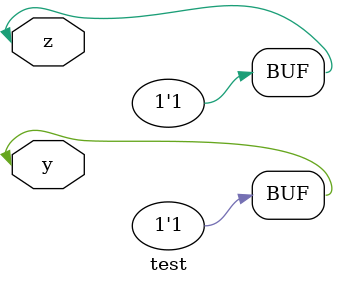
<source format=sv>

module test
    #(parameter integer OPT = 1
)
    (input logic y,z
);

    if (OPT == 1) begin
	always_comb begin
	    y = 1'b1;
	end
    end else begin
	always_comb begin
	    y = 1'b0;
	end
    end

    if (OPT == 1) begin
	assign z = 1'b1;
    end else begin
	assign z = 1'b0;
    end

endmodule // test

</source>
